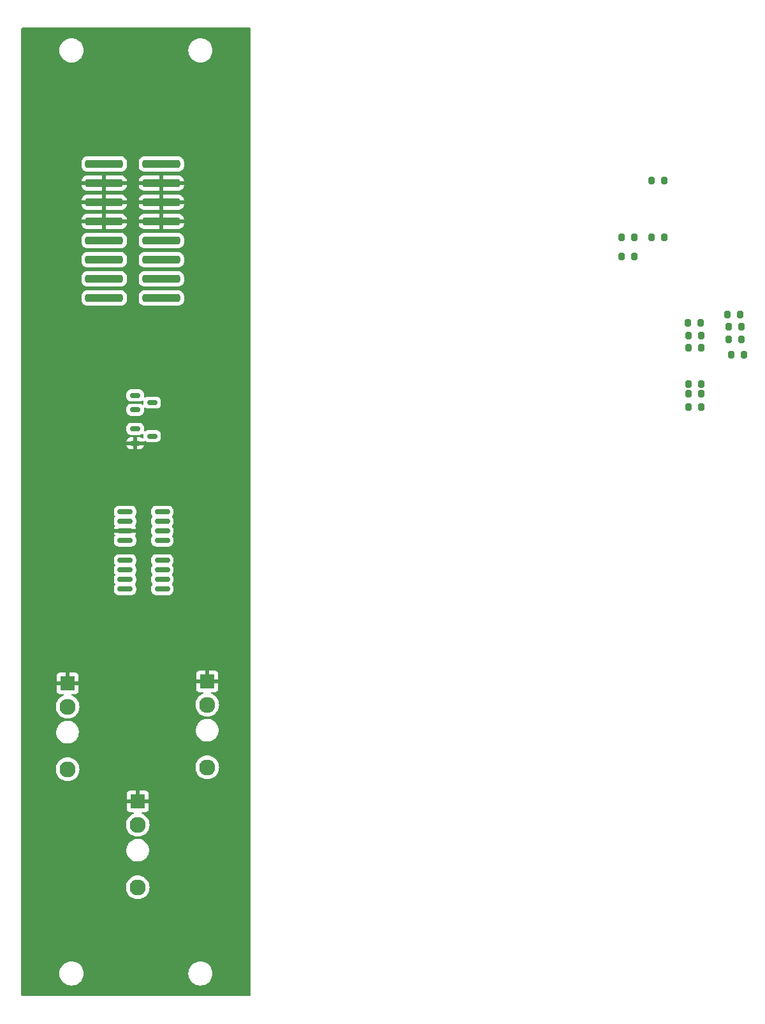
<source format=gbr>
%TF.GenerationSoftware,KiCad,Pcbnew,7.0.1*%
%TF.CreationDate,2023-04-03T10:55:15-07:00*%
%TF.ProjectId,transistor_vca,7472616e-7369-4737-946f-725f7663612e,rev?*%
%TF.SameCoordinates,Original*%
%TF.FileFunction,Copper,L1,Top*%
%TF.FilePolarity,Positive*%
%FSLAX46Y46*%
G04 Gerber Fmt 4.6, Leading zero omitted, Abs format (unit mm)*
G04 Created by KiCad (PCBNEW 7.0.1) date 2023-04-03 10:55:15*
%MOMM*%
%LPD*%
G01*
G04 APERTURE LIST*
G04 Aperture macros list*
%AMRoundRect*
0 Rectangle with rounded corners*
0 $1 Rounding radius*
0 $2 $3 $4 $5 $6 $7 $8 $9 X,Y pos of 4 corners*
0 Add a 4 corners polygon primitive as box body*
4,1,4,$2,$3,$4,$5,$6,$7,$8,$9,$2,$3,0*
0 Add four circle primitives for the rounded corners*
1,1,$1+$1,$2,$3*
1,1,$1+$1,$4,$5*
1,1,$1+$1,$6,$7*
1,1,$1+$1,$8,$9*
0 Add four rect primitives between the rounded corners*
20,1,$1+$1,$2,$3,$4,$5,0*
20,1,$1+$1,$4,$5,$6,$7,0*
20,1,$1+$1,$6,$7,$8,$9,0*
20,1,$1+$1,$8,$9,$2,$3,0*%
G04 Aperture macros list end*
%TA.AperFunction,SMDPad,CuDef*%
%ADD10RoundRect,0.200000X-0.200000X-0.275000X0.200000X-0.275000X0.200000X0.275000X-0.200000X0.275000X0*%
%TD*%
%TA.AperFunction,ComponentPad*%
%ADD11R,1.930000X1.830000*%
%TD*%
%TA.AperFunction,ComponentPad*%
%ADD12C,2.130000*%
%TD*%
%TA.AperFunction,SMDPad,CuDef*%
%ADD13RoundRect,0.150000X-0.825000X-0.150000X0.825000X-0.150000X0.825000X0.150000X-0.825000X0.150000X0*%
%TD*%
%TA.AperFunction,SMDPad,CuDef*%
%ADD14RoundRect,0.150000X-0.512500X-0.150000X0.512500X-0.150000X0.512500X0.150000X-0.512500X0.150000X0*%
%TD*%
%TA.AperFunction,SMDPad,CuDef*%
%ADD15RoundRect,0.255000X-2.245000X-0.255000X2.245000X-0.255000X2.245000X0.255000X-2.245000X0.255000X0*%
%TD*%
G04 APERTURE END LIST*
D10*
%TO.P,R14,1*%
%TO.N,Net-(U2A-+)*%
X113819002Y-58039000D03*
%TO.P,R14,2*%
%TO.N,Net-(U1B--)*%
X115469002Y-58039000D03*
%TD*%
%TO.P,R4,1*%
%TO.N,Net-(JIN1-PadT)*%
X99737500Y-47830000D03*
%TO.P,R4,2*%
%TO.N,Net-(Q1-B)*%
X101387500Y-47830000D03*
%TD*%
D11*
%TO.P,JCV1,S*%
%TO.N,GND*%
X35473171Y-122663791D03*
D12*
%TO.P,JCV1,T*%
%TO.N,Net-(JCV1-PadT)*%
X35473171Y-134063791D03*
%TO.P,JCV1,TN*%
%TO.N,unconnected-(JCV1-PadTN)*%
X35473171Y-125763791D03*
%TD*%
D11*
%TO.P,JOUT1,S*%
%TO.N,GND*%
X44704000Y-106742000D03*
D12*
%TO.P,JOUT1,T*%
%TO.N,Net-(JOUT1-PadT)*%
X44704000Y-118142000D03*
%TO.P,JOUT1,TN*%
%TO.N,unconnected-(JOUT1-PadTN)*%
X44704000Y-109842000D03*
%TD*%
D13*
%TO.P,U2,1*%
%TO.N,Net-(R10-Pad1)*%
X33782000Y-90678000D03*
%TO.P,U2,2,-*%
%TO.N,Net-(U2A--)*%
X33782000Y-91948000D03*
%TO.P,U2,3,+*%
%TO.N,Net-(U2A-+)*%
X33782000Y-93218000D03*
%TO.P,U2,4,V-*%
%TO.N,-12V*%
X33782000Y-94488000D03*
%TO.P,U2,5,+*%
%TO.N,unconnected-(U2B-+-Pad5)*%
X38732000Y-94488000D03*
%TO.P,U2,6,-*%
%TO.N,unconnected-(U2B---Pad6)*%
X38732000Y-93218000D03*
%TO.P,U2,7*%
%TO.N,unconnected-(U2-Pad7)*%
X38732000Y-91948000D03*
%TO.P,U2,8,V+*%
%TO.N,+12V*%
X38732000Y-90678000D03*
%TD*%
D10*
%TO.P,R5,1*%
%TO.N,Net-(Q1-C)*%
X99737500Y-50340000D03*
%TO.P,R5,2*%
%TO.N,+12V*%
X101387500Y-50340000D03*
%TD*%
%TO.P,R12,1*%
%TO.N,Net-(U2A--)*%
X108649000Y-70358000D03*
%TO.P,R12,2*%
%TO.N,unconnected-(R12-Pad2)*%
X110299000Y-70358000D03*
%TD*%
%TO.P,R3,1*%
%TO.N,Net-(JCV1-PadT)*%
X108649000Y-62484000D03*
%TO.P,R3,2*%
%TO.N,Net-(U1A--)*%
X110299000Y-62484000D03*
%TD*%
%TO.P,R11,1*%
%TO.N,GND*%
X108649000Y-68553000D03*
%TO.P,R11,2*%
%TO.N,Net-(U2A--)*%
X110299000Y-68553000D03*
%TD*%
%TO.P,R7,1*%
%TO.N,Net-(U1B-+)*%
X113983000Y-61341000D03*
%TO.P,R7,2*%
%TO.N,Net-(Q2-C)*%
X115633000Y-61341000D03*
%TD*%
%TO.P,R1,1*%
%TO.N,Net-(R1-Pad1)*%
X108649000Y-60833000D03*
%TO.P,R1,2*%
%TO.N,Net-(Q1-E)*%
X110299000Y-60833000D03*
%TD*%
D11*
%TO.P,JIN1,S*%
%TO.N,GND*%
X26162000Y-106996000D03*
D12*
%TO.P,JIN1,T*%
%TO.N,Net-(JIN1-PadT)*%
X26162000Y-118396000D03*
%TO.P,JIN1,TN*%
%TO.N,unconnected-(JIN1-PadTN)*%
X26162000Y-110096000D03*
%TD*%
D14*
%TO.P,Q1,1,E*%
%TO.N,Net-(Q1-E)*%
X35119500Y-68795000D03*
%TO.P,Q1,2,B*%
%TO.N,Net-(Q1-B)*%
X35119500Y-70695000D03*
%TO.P,Q1,3,C*%
%TO.N,Net-(Q1-C)*%
X37394500Y-69745000D03*
%TD*%
D10*
%TO.P,R8,1*%
%TO.N,Net-(U1B--)*%
X113983000Y-59690000D03*
%TO.P,R8,2*%
%TO.N,Net-(Q1-C)*%
X115633000Y-59690000D03*
%TD*%
D15*
%TO.P,J1,1,-12v_R*%
%TO.N,-12V*%
X31008000Y-38100000D03*
%TO.P,J1,2,-12v_L*%
X38608000Y-38100000D03*
%TO.P,J1,3,GND*%
%TO.N,GND*%
X31008000Y-40640000D03*
%TO.P,J1,4,GND*%
X38608000Y-40640000D03*
%TO.P,J1,5,GND_R3*%
X31008000Y-43180000D03*
%TO.P,J1,6,GND_L3*%
X38608000Y-43180000D03*
%TO.P,J1,7,GND_R2*%
X31008000Y-45720000D03*
%TO.P,J1,8,GND_L2*%
X38608000Y-45720000D03*
%TO.P,J1,9,+12V_R*%
%TO.N,+12V*%
X31008000Y-48260000D03*
%TO.P,J1,10,+12V_L*%
X38608000Y-48260000D03*
%TO.P,J1,11,+5v_R*%
%TO.N,+5V*%
X31008000Y-50800000D03*
%TO.P,J1,12,+5v_L*%
X38608000Y-50800000D03*
%TO.P,J1,13,CV_R*%
%TO.N,Net-(J1-CV_L)*%
X31008000Y-53340000D03*
%TO.P,J1,14,CV_L*%
X38608000Y-53340000D03*
%TO.P,J1,15,GATE_R*%
%TO.N,Net-(J1-GATE_L)*%
X31008000Y-55880000D03*
%TO.P,J1,16,GATE_L*%
X38608000Y-55880000D03*
%TD*%
D10*
%TO.P,R6,1*%
%TO.N,Net-(Q2-C)*%
X103747500Y-40300000D03*
%TO.P,R6,2*%
%TO.N,+12V*%
X105397500Y-40300000D03*
%TD*%
D14*
%TO.P,Q2,1,E*%
%TO.N,Net-(Q1-E)*%
X35119500Y-73245000D03*
%TO.P,Q2,2,B*%
%TO.N,GND*%
X35119500Y-75145000D03*
%TO.P,Q2,3,C*%
%TO.N,Net-(Q2-C)*%
X37394500Y-74195000D03*
%TD*%
D13*
%TO.P,U1,1*%
%TO.N,Net-(R1-Pad1)*%
X33782000Y-84228000D03*
%TO.P,U1,2,-*%
%TO.N,Net-(U1A--)*%
X33782000Y-85498000D03*
%TO.P,U1,3,+*%
%TO.N,GND*%
X33782000Y-86768000D03*
%TO.P,U1,4,V-*%
%TO.N,-12V*%
X33782000Y-88038000D03*
%TO.P,U1,5,+*%
%TO.N,Net-(U1B-+)*%
X38732000Y-88038000D03*
%TO.P,U1,6,-*%
%TO.N,Net-(U1B--)*%
X38732000Y-86768000D03*
%TO.P,U1,7*%
%TO.N,Net-(U2A-+)*%
X38732000Y-85498000D03*
%TO.P,U1,8,V+*%
%TO.N,+12V*%
X38732000Y-84228000D03*
%TD*%
D10*
%TO.P,R10,1*%
%TO.N,Net-(R10-Pad1)*%
X108649000Y-67283000D03*
%TO.P,R10,2*%
%TO.N,Net-(JOUT1-PadT)*%
X110299000Y-67283000D03*
%TD*%
%TO.P,R2,1*%
%TO.N,Net-(U1A--)*%
X108558998Y-59182000D03*
%TO.P,R2,2*%
%TO.N,Net-(R1-Pad1)*%
X110208998Y-59182000D03*
%TD*%
%TO.P,R13,1*%
%TO.N,GND*%
X114327002Y-63373000D03*
%TO.P,R13,2*%
%TO.N,Net-(U1B-+)*%
X115977002Y-63373000D03*
%TD*%
%TO.P,R9,1*%
%TO.N,GND*%
X103747500Y-47830000D03*
%TO.P,R9,2*%
%TO.N,Net-(Q1-B)*%
X105397500Y-47830000D03*
%TD*%
%TA.AperFunction,Conductor*%
%TO.N,GND*%
G36*
X50417500Y-20017113D02*
G01*
X50462887Y-20062500D01*
X50479500Y-20124500D01*
X50479500Y-148375500D01*
X50462887Y-148437500D01*
X50417500Y-148482887D01*
X50355500Y-148499500D01*
X20124500Y-148499500D01*
X20062500Y-148482887D01*
X20017113Y-148437500D01*
X20000500Y-148375500D01*
X20000500Y-145500000D01*
X25074551Y-145500000D01*
X25094317Y-145751149D01*
X25153126Y-145996110D01*
X25156100Y-146003289D01*
X25249534Y-146228859D01*
X25381164Y-146443659D01*
X25544776Y-146635224D01*
X25736341Y-146798836D01*
X25951141Y-146930466D01*
X26183889Y-147026873D01*
X26428852Y-147085683D01*
X26680000Y-147105449D01*
X26931148Y-147085683D01*
X27176111Y-147026873D01*
X27408859Y-146930466D01*
X27623659Y-146798836D01*
X27815224Y-146635224D01*
X27978836Y-146443659D01*
X28110466Y-146228859D01*
X28206873Y-145996111D01*
X28265683Y-145751148D01*
X28285449Y-145500000D01*
X42194551Y-145500000D01*
X42214317Y-145751149D01*
X42273126Y-145996110D01*
X42276100Y-146003289D01*
X42369534Y-146228859D01*
X42501164Y-146443659D01*
X42664776Y-146635224D01*
X42856341Y-146798836D01*
X43071141Y-146930466D01*
X43303889Y-147026873D01*
X43548852Y-147085683D01*
X43800000Y-147105449D01*
X44051148Y-147085683D01*
X44296111Y-147026873D01*
X44528859Y-146930466D01*
X44743659Y-146798836D01*
X44935224Y-146635224D01*
X45098836Y-146443659D01*
X45230466Y-146228859D01*
X45326873Y-145996111D01*
X45385683Y-145751148D01*
X45405449Y-145500000D01*
X45385683Y-145248852D01*
X45326873Y-145003889D01*
X45230466Y-144771141D01*
X45098836Y-144556341D01*
X44935224Y-144364776D01*
X44743659Y-144201164D01*
X44528859Y-144069534D01*
X44412485Y-144021330D01*
X44296110Y-143973126D01*
X44051149Y-143914317D01*
X43800000Y-143894551D01*
X43548850Y-143914317D01*
X43303889Y-143973126D01*
X43071139Y-144069535D01*
X42856342Y-144201163D01*
X42664776Y-144364776D01*
X42501163Y-144556342D01*
X42369535Y-144771139D01*
X42273126Y-145003889D01*
X42214317Y-145248850D01*
X42194551Y-145500000D01*
X28285449Y-145500000D01*
X28265683Y-145248852D01*
X28206873Y-145003889D01*
X28110466Y-144771141D01*
X27978836Y-144556341D01*
X27815224Y-144364776D01*
X27623659Y-144201164D01*
X27408859Y-144069534D01*
X27292485Y-144021330D01*
X27176110Y-143973126D01*
X26931149Y-143914317D01*
X26680000Y-143894551D01*
X26428850Y-143914317D01*
X26183889Y-143973126D01*
X25951139Y-144069535D01*
X25736342Y-144201163D01*
X25544776Y-144364776D01*
X25381163Y-144556342D01*
X25249535Y-144771139D01*
X25153126Y-145003889D01*
X25094317Y-145248850D01*
X25074551Y-145500000D01*
X20000500Y-145500000D01*
X20000500Y-138000000D01*
X21499459Y-138000000D01*
X21499617Y-138000383D01*
X21499759Y-138000441D01*
X21499900Y-138000500D01*
X21499901Y-138000500D01*
X24500099Y-138000500D01*
X24500100Y-138000500D01*
X24500193Y-138000460D01*
X24500383Y-138000383D01*
X24500541Y-138000000D01*
X26499459Y-138000000D01*
X26499617Y-138000383D01*
X26499759Y-138000441D01*
X26499900Y-138000500D01*
X26499901Y-138000500D01*
X29500099Y-138000500D01*
X29500100Y-138000500D01*
X29500193Y-138000460D01*
X29500383Y-138000383D01*
X29500541Y-138000000D01*
X31499459Y-138000000D01*
X31499617Y-138000383D01*
X31499759Y-138000441D01*
X31499900Y-138000500D01*
X31499901Y-138000500D01*
X34500099Y-138000500D01*
X34500100Y-138000500D01*
X34500193Y-138000460D01*
X34500383Y-138000383D01*
X34500541Y-138000000D01*
X36499459Y-138000000D01*
X36499617Y-138000383D01*
X36499759Y-138000441D01*
X36499900Y-138000500D01*
X36499901Y-138000500D01*
X39500099Y-138000500D01*
X39500100Y-138000500D01*
X39500193Y-138000460D01*
X39500383Y-138000383D01*
X39500541Y-138000000D01*
X41499459Y-138000000D01*
X41499617Y-138000383D01*
X41499759Y-138000441D01*
X41499900Y-138000500D01*
X41499901Y-138000500D01*
X44500099Y-138000500D01*
X44500100Y-138000500D01*
X44500193Y-138000460D01*
X44500383Y-138000383D01*
X44500541Y-138000000D01*
X46499459Y-138000000D01*
X46499617Y-138000383D01*
X46499759Y-138000441D01*
X46499900Y-138000500D01*
X46499901Y-138000500D01*
X49500099Y-138000500D01*
X49500100Y-138000500D01*
X49500193Y-138000460D01*
X49500383Y-138000383D01*
X49500541Y-138000000D01*
X49500383Y-137999617D01*
X49500381Y-137999616D01*
X49500100Y-137999500D01*
X49500099Y-137999500D01*
X46499901Y-137999500D01*
X46499900Y-137999500D01*
X46499618Y-137999616D01*
X46499616Y-137999618D01*
X46499459Y-137999999D01*
X46499459Y-138000000D01*
X44500541Y-138000000D01*
X44500383Y-137999617D01*
X44500381Y-137999616D01*
X44500100Y-137999500D01*
X44500099Y-137999500D01*
X41499901Y-137999500D01*
X41499900Y-137999500D01*
X41499618Y-137999616D01*
X41499616Y-137999618D01*
X41499459Y-137999999D01*
X41499459Y-138000000D01*
X39500541Y-138000000D01*
X39500383Y-137999617D01*
X39500381Y-137999616D01*
X39500100Y-137999500D01*
X39500099Y-137999500D01*
X36499901Y-137999500D01*
X36499900Y-137999500D01*
X36499618Y-137999616D01*
X36499616Y-137999618D01*
X36499459Y-137999999D01*
X36499459Y-138000000D01*
X34500541Y-138000000D01*
X34500383Y-137999617D01*
X34500381Y-137999616D01*
X34500100Y-137999500D01*
X34500099Y-137999500D01*
X31499901Y-137999500D01*
X31499900Y-137999500D01*
X31499618Y-137999616D01*
X31499616Y-137999618D01*
X31499459Y-137999999D01*
X31499459Y-138000000D01*
X29500541Y-138000000D01*
X29500383Y-137999617D01*
X29500381Y-137999616D01*
X29500100Y-137999500D01*
X29500099Y-137999500D01*
X26499901Y-137999500D01*
X26499900Y-137999500D01*
X26499618Y-137999616D01*
X26499616Y-137999618D01*
X26499459Y-137999999D01*
X26499459Y-138000000D01*
X24500541Y-138000000D01*
X24500383Y-137999617D01*
X24500381Y-137999616D01*
X24500100Y-137999500D01*
X24500099Y-137999500D01*
X21499901Y-137999500D01*
X21499900Y-137999500D01*
X21499618Y-137999616D01*
X21499616Y-137999618D01*
X21499459Y-137999999D01*
X21499459Y-138000000D01*
X20000500Y-138000000D01*
X20000500Y-134063790D01*
X33902830Y-134063790D01*
X33922164Y-134309447D01*
X33979687Y-134549052D01*
X34026837Y-134662882D01*
X34073987Y-134776711D01*
X34202738Y-134986814D01*
X34362772Y-135174190D01*
X34550148Y-135334224D01*
X34760251Y-135462975D01*
X34987909Y-135557274D01*
X35227516Y-135614798D01*
X35473171Y-135634132D01*
X35718826Y-135614798D01*
X35958433Y-135557274D01*
X36186091Y-135462975D01*
X36396194Y-135334224D01*
X36583570Y-135174190D01*
X36743604Y-134986814D01*
X36872355Y-134776711D01*
X36966654Y-134549053D01*
X37024178Y-134309446D01*
X37043512Y-134063791D01*
X37024178Y-133818136D01*
X36966654Y-133578529D01*
X36872355Y-133350871D01*
X36743604Y-133140768D01*
X36583570Y-132953392D01*
X36396194Y-132793358D01*
X36186091Y-132664607D01*
X36072262Y-132617457D01*
X35958432Y-132570307D01*
X35718827Y-132512784D01*
X35473171Y-132493450D01*
X35227514Y-132512784D01*
X34987909Y-132570307D01*
X34760249Y-132664608D01*
X34550149Y-132793357D01*
X34362772Y-132953392D01*
X34202737Y-133140769D01*
X34073988Y-133350869D01*
X33979687Y-133578529D01*
X33922164Y-133818134D01*
X33902830Y-134063790D01*
X20000500Y-134063790D01*
X20000500Y-129107019D01*
X33968479Y-129107019D01*
X33982677Y-129353265D01*
X34036903Y-129593885D01*
X34036904Y-129593889D01*
X34036905Y-129593890D01*
X34129703Y-129822425D01*
X34258582Y-130032736D01*
X34420079Y-130219173D01*
X34609858Y-130376730D01*
X34822821Y-130501176D01*
X34822822Y-130501176D01*
X34822825Y-130501178D01*
X35053244Y-130589166D01*
X35053245Y-130589166D01*
X35053250Y-130589168D01*
X35294956Y-130638344D01*
X35541449Y-130647383D01*
X35786107Y-130616041D01*
X36022362Y-130545161D01*
X36243868Y-130436647D01*
X36444676Y-130293412D01*
X36619394Y-130119303D01*
X36763329Y-129918996D01*
X36872616Y-129697870D01*
X36944320Y-129461865D01*
X36958618Y-129353266D01*
X36976515Y-129217319D01*
X36976596Y-129213970D01*
X36978312Y-129143791D01*
X36958101Y-128897962D01*
X36958101Y-128897960D01*
X36898012Y-128658734D01*
X36799658Y-128432538D01*
X36799657Y-128432535D01*
X36665679Y-128225436D01*
X36499675Y-128043001D01*
X36306103Y-127890127D01*
X36090163Y-127770922D01*
X36033470Y-127750846D01*
X35857651Y-127688583D01*
X35614821Y-127645330D01*
X35491497Y-127643823D01*
X35368177Y-127642316D01*
X35368174Y-127642316D01*
X35124359Y-127679625D01*
X34889903Y-127756257D01*
X34671118Y-127870150D01*
X34473866Y-128018249D01*
X34303457Y-128196574D01*
X34164459Y-128400338D01*
X34060606Y-128624067D01*
X33994689Y-128861754D01*
X33968479Y-129107019D01*
X20000500Y-129107019D01*
X20000500Y-125763790D01*
X33902830Y-125763790D01*
X33922164Y-126009447D01*
X33979687Y-126249052D01*
X34026837Y-126362882D01*
X34073987Y-126476711D01*
X34202738Y-126686814D01*
X34362772Y-126874190D01*
X34550148Y-127034224D01*
X34760251Y-127162975D01*
X34987909Y-127257274D01*
X35227516Y-127314798D01*
X35473171Y-127334132D01*
X35718826Y-127314798D01*
X35958433Y-127257274D01*
X36186091Y-127162975D01*
X36396194Y-127034224D01*
X36583570Y-126874190D01*
X36743604Y-126686814D01*
X36872355Y-126476711D01*
X36966654Y-126249053D01*
X37024178Y-126009446D01*
X37043512Y-125763791D01*
X37024178Y-125518136D01*
X36966654Y-125278529D01*
X36872355Y-125050871D01*
X36743604Y-124840768D01*
X36583570Y-124653392D01*
X36396194Y-124493358D01*
X36186091Y-124364607D01*
X36072006Y-124317351D01*
X36019142Y-124275676D01*
X35995842Y-124212520D01*
X36008975Y-124146496D01*
X36054670Y-124097064D01*
X36119460Y-124078791D01*
X36485995Y-124078791D01*
X36545546Y-124072388D01*
X36680260Y-124022143D01*
X36795359Y-123935979D01*
X36881523Y-123820880D01*
X36931768Y-123686166D01*
X36938171Y-123626615D01*
X36938171Y-122913791D01*
X34008171Y-122913791D01*
X34008171Y-123626615D01*
X34014573Y-123686166D01*
X34064818Y-123820880D01*
X34150982Y-123935979D01*
X34266081Y-124022143D01*
X34400795Y-124072388D01*
X34460347Y-124078791D01*
X34826882Y-124078791D01*
X34891672Y-124097064D01*
X34937367Y-124146496D01*
X34950500Y-124212520D01*
X34927200Y-124275676D01*
X34874335Y-124317352D01*
X34760249Y-124364608D01*
X34550149Y-124493357D01*
X34362772Y-124653392D01*
X34202737Y-124840769D01*
X34073988Y-125050869D01*
X33979687Y-125278529D01*
X33922164Y-125518134D01*
X33902830Y-125763790D01*
X20000500Y-125763790D01*
X20000500Y-122413791D01*
X34008171Y-122413791D01*
X35223171Y-122413791D01*
X35223171Y-121248791D01*
X35723171Y-121248791D01*
X35723171Y-122413791D01*
X36938171Y-122413791D01*
X36938171Y-121700967D01*
X36931768Y-121641415D01*
X36881523Y-121506701D01*
X36795359Y-121391602D01*
X36680260Y-121305438D01*
X36545546Y-121255193D01*
X36485995Y-121248791D01*
X35723171Y-121248791D01*
X35223171Y-121248791D01*
X34460347Y-121248791D01*
X34400795Y-121255193D01*
X34266081Y-121305438D01*
X34150982Y-121391602D01*
X34064818Y-121506701D01*
X34014573Y-121641415D01*
X34008171Y-121700967D01*
X34008171Y-122413791D01*
X20000500Y-122413791D01*
X20000500Y-118396000D01*
X24591659Y-118396000D01*
X24610993Y-118641656D01*
X24668516Y-118881261D01*
X24715666Y-118995091D01*
X24762816Y-119108920D01*
X24891567Y-119319023D01*
X25051601Y-119506399D01*
X25238977Y-119666433D01*
X25449080Y-119795184D01*
X25676738Y-119889483D01*
X25916345Y-119947007D01*
X26162000Y-119966341D01*
X26407655Y-119947007D01*
X26647262Y-119889483D01*
X26874920Y-119795184D01*
X27085023Y-119666433D01*
X27272399Y-119506399D01*
X27432433Y-119319023D01*
X27561184Y-119108920D01*
X27655483Y-118881262D01*
X27713007Y-118641655D01*
X27732341Y-118396000D01*
X27713007Y-118150345D01*
X27711004Y-118142000D01*
X43133659Y-118142000D01*
X43152993Y-118387656D01*
X43210516Y-118627261D01*
X43216479Y-118641656D01*
X43304816Y-118854920D01*
X43433567Y-119065023D01*
X43593601Y-119252399D01*
X43780977Y-119412433D01*
X43991080Y-119541184D01*
X44218738Y-119635483D01*
X44458345Y-119693007D01*
X44704000Y-119712341D01*
X44949655Y-119693007D01*
X45189262Y-119635483D01*
X45416920Y-119541184D01*
X45627023Y-119412433D01*
X45814399Y-119252399D01*
X45974433Y-119065023D01*
X46103184Y-118854920D01*
X46197483Y-118627262D01*
X46255007Y-118387655D01*
X46274341Y-118142000D01*
X46255007Y-117896345D01*
X46197483Y-117656738D01*
X46103184Y-117429080D01*
X45974433Y-117218977D01*
X45814399Y-117031601D01*
X45627023Y-116871567D01*
X45416920Y-116742816D01*
X45303090Y-116695666D01*
X45189261Y-116648516D01*
X44949656Y-116590993D01*
X44704000Y-116571659D01*
X44458343Y-116590993D01*
X44218738Y-116648516D01*
X43991078Y-116742817D01*
X43780978Y-116871566D01*
X43593601Y-117031601D01*
X43433566Y-117218978D01*
X43304817Y-117429078D01*
X43210516Y-117656738D01*
X43152993Y-117896343D01*
X43133659Y-118142000D01*
X27711004Y-118142000D01*
X27655483Y-117910738D01*
X27561184Y-117683080D01*
X27432433Y-117472977D01*
X27272399Y-117285601D01*
X27085023Y-117125567D01*
X26874920Y-116996816D01*
X26761091Y-116949666D01*
X26647261Y-116902516D01*
X26407656Y-116844993D01*
X26162000Y-116825659D01*
X25916343Y-116844993D01*
X25676738Y-116902516D01*
X25449078Y-116996817D01*
X25238978Y-117125566D01*
X25051601Y-117285601D01*
X24891566Y-117472978D01*
X24762817Y-117683078D01*
X24668516Y-117910738D01*
X24610993Y-118150343D01*
X24591659Y-118396000D01*
X20000500Y-118396000D01*
X20000500Y-113439228D01*
X24657308Y-113439228D01*
X24671506Y-113685474D01*
X24725732Y-113926094D01*
X24725733Y-113926098D01*
X24725734Y-113926099D01*
X24818532Y-114154634D01*
X24947411Y-114364945D01*
X25108908Y-114551382D01*
X25298687Y-114708939D01*
X25511650Y-114833385D01*
X25511651Y-114833385D01*
X25511654Y-114833387D01*
X25742073Y-114921375D01*
X25742074Y-114921375D01*
X25742079Y-114921377D01*
X25983785Y-114970553D01*
X26230278Y-114979592D01*
X26474936Y-114948250D01*
X26711191Y-114877370D01*
X26932697Y-114768856D01*
X27133505Y-114625621D01*
X27308223Y-114451512D01*
X27452158Y-114251205D01*
X27561445Y-114030079D01*
X27633149Y-113794074D01*
X27635519Y-113776079D01*
X27665344Y-113549528D01*
X27665575Y-113540070D01*
X27667141Y-113476000D01*
X27646930Y-113230171D01*
X27646930Y-113230169D01*
X27635642Y-113185228D01*
X43199308Y-113185228D01*
X43213506Y-113431474D01*
X43267732Y-113672094D01*
X43267733Y-113672098D01*
X43267734Y-113672099D01*
X43360532Y-113900634D01*
X43489411Y-114110945D01*
X43650908Y-114297382D01*
X43840687Y-114454939D01*
X44053650Y-114579385D01*
X44053651Y-114579385D01*
X44053654Y-114579387D01*
X44284073Y-114667375D01*
X44284074Y-114667375D01*
X44284079Y-114667377D01*
X44525785Y-114716553D01*
X44772278Y-114725592D01*
X45016936Y-114694250D01*
X45253191Y-114623370D01*
X45474697Y-114514856D01*
X45675505Y-114371621D01*
X45850223Y-114197512D01*
X45994158Y-113997205D01*
X46103445Y-113776079D01*
X46175149Y-113540074D01*
X46183585Y-113476000D01*
X46207344Y-113295528D01*
X46207425Y-113292179D01*
X46209141Y-113222000D01*
X46190145Y-112990945D01*
X46188930Y-112976169D01*
X46128841Y-112736943D01*
X46038330Y-112528784D01*
X46030486Y-112510744D01*
X45896508Y-112303645D01*
X45730504Y-112121210D01*
X45536932Y-111968336D01*
X45320992Y-111849131D01*
X45264299Y-111829055D01*
X45088480Y-111766792D01*
X44845650Y-111723539D01*
X44722326Y-111722032D01*
X44599006Y-111720525D01*
X44599003Y-111720525D01*
X44355188Y-111757834D01*
X44120732Y-111834466D01*
X43901947Y-111948359D01*
X43704695Y-112096458D01*
X43534286Y-112274783D01*
X43395288Y-112478547D01*
X43291435Y-112702276D01*
X43225518Y-112939963D01*
X43199308Y-113185228D01*
X27635642Y-113185228D01*
X27586841Y-112990943D01*
X27488487Y-112764747D01*
X27488486Y-112764744D01*
X27354508Y-112557645D01*
X27188504Y-112375210D01*
X26994932Y-112222336D01*
X26778992Y-112103131D01*
X26722299Y-112083055D01*
X26546480Y-112020792D01*
X26303650Y-111977539D01*
X26180326Y-111976032D01*
X26057006Y-111974525D01*
X26057003Y-111974525D01*
X25813188Y-112011834D01*
X25578732Y-112088466D01*
X25359947Y-112202359D01*
X25162695Y-112350458D01*
X24992286Y-112528783D01*
X24853288Y-112732547D01*
X24749435Y-112956276D01*
X24683518Y-113193963D01*
X24661232Y-113402503D01*
X24658137Y-113431475D01*
X24657308Y-113439228D01*
X20000500Y-113439228D01*
X20000500Y-110095999D01*
X24591659Y-110095999D01*
X24610993Y-110341656D01*
X24668516Y-110581261D01*
X24715666Y-110695090D01*
X24762816Y-110808920D01*
X24891567Y-111019023D01*
X25051601Y-111206399D01*
X25238977Y-111366433D01*
X25449080Y-111495184D01*
X25676738Y-111589483D01*
X25916345Y-111647007D01*
X26162000Y-111666341D01*
X26407655Y-111647007D01*
X26647262Y-111589483D01*
X26874920Y-111495184D01*
X27085023Y-111366433D01*
X27272399Y-111206399D01*
X27432433Y-111019023D01*
X27561184Y-110808920D01*
X27655483Y-110581262D01*
X27713007Y-110341655D01*
X27732341Y-110096000D01*
X27713007Y-109850345D01*
X27711003Y-109841999D01*
X43133659Y-109841999D01*
X43152993Y-110087656D01*
X43210516Y-110327261D01*
X43216479Y-110341656D01*
X43304816Y-110554920D01*
X43433567Y-110765023D01*
X43593601Y-110952399D01*
X43780977Y-111112433D01*
X43991080Y-111241184D01*
X44218738Y-111335483D01*
X44458345Y-111393007D01*
X44704000Y-111412341D01*
X44949655Y-111393007D01*
X45189262Y-111335483D01*
X45416920Y-111241184D01*
X45627023Y-111112433D01*
X45814399Y-110952399D01*
X45974433Y-110765023D01*
X46103184Y-110554920D01*
X46197483Y-110327262D01*
X46255007Y-110087655D01*
X46274341Y-109842000D01*
X46255007Y-109596345D01*
X46197483Y-109356738D01*
X46103184Y-109129080D01*
X45974433Y-108918977D01*
X45814399Y-108731601D01*
X45627023Y-108571567D01*
X45416920Y-108442816D01*
X45302835Y-108395560D01*
X45249971Y-108353885D01*
X45226671Y-108290729D01*
X45239804Y-108224705D01*
X45285499Y-108175273D01*
X45350289Y-108157000D01*
X45716824Y-108157000D01*
X45776375Y-108150597D01*
X45911089Y-108100352D01*
X46026188Y-108014188D01*
X46112352Y-107899089D01*
X46162597Y-107764375D01*
X46169000Y-107704824D01*
X46169000Y-106992000D01*
X43239000Y-106992000D01*
X43239000Y-107704824D01*
X43245402Y-107764375D01*
X43295647Y-107899089D01*
X43381811Y-108014188D01*
X43496910Y-108100352D01*
X43631624Y-108150597D01*
X43691176Y-108157000D01*
X44057711Y-108157000D01*
X44122501Y-108175273D01*
X44168196Y-108224705D01*
X44181329Y-108290729D01*
X44158029Y-108353885D01*
X44105164Y-108395561D01*
X43991078Y-108442817D01*
X43780978Y-108571566D01*
X43593601Y-108731601D01*
X43433566Y-108918978D01*
X43304817Y-109129078D01*
X43210516Y-109356738D01*
X43152993Y-109596343D01*
X43133659Y-109841999D01*
X27711003Y-109841999D01*
X27655483Y-109610738D01*
X27561184Y-109383080D01*
X27432433Y-109172977D01*
X27272399Y-108985601D01*
X27085023Y-108825567D01*
X26874920Y-108696816D01*
X26760835Y-108649560D01*
X26707971Y-108607885D01*
X26684671Y-108544729D01*
X26697804Y-108478705D01*
X26743499Y-108429273D01*
X26808289Y-108411000D01*
X27174824Y-108411000D01*
X27234375Y-108404597D01*
X27369089Y-108354352D01*
X27484188Y-108268188D01*
X27570352Y-108153089D01*
X27620597Y-108018375D01*
X27627000Y-107958824D01*
X27627000Y-107246000D01*
X24697000Y-107246000D01*
X24697000Y-107958824D01*
X24703402Y-108018375D01*
X24753647Y-108153089D01*
X24839811Y-108268188D01*
X24954910Y-108354352D01*
X25089624Y-108404597D01*
X25149176Y-108411000D01*
X25515711Y-108411000D01*
X25580501Y-108429273D01*
X25626196Y-108478705D01*
X25639329Y-108544729D01*
X25616029Y-108607885D01*
X25563164Y-108649561D01*
X25449078Y-108696817D01*
X25238978Y-108825566D01*
X25051601Y-108985601D01*
X24891566Y-109172978D01*
X24762817Y-109383078D01*
X24668516Y-109610738D01*
X24610993Y-109850343D01*
X24591659Y-110095999D01*
X20000500Y-110095999D01*
X20000500Y-106746000D01*
X24697000Y-106746000D01*
X25912000Y-106746000D01*
X25912000Y-105581000D01*
X26412000Y-105581000D01*
X26412000Y-106746000D01*
X27627000Y-106746000D01*
X27627000Y-106492000D01*
X43239000Y-106492000D01*
X44454000Y-106492000D01*
X44454000Y-105327000D01*
X44954000Y-105327000D01*
X44954000Y-106492000D01*
X46169000Y-106492000D01*
X46169000Y-105779176D01*
X46162597Y-105719624D01*
X46112352Y-105584910D01*
X46026188Y-105469811D01*
X45911089Y-105383647D01*
X45776375Y-105333402D01*
X45716824Y-105327000D01*
X44954000Y-105327000D01*
X44454000Y-105327000D01*
X43691176Y-105327000D01*
X43631624Y-105333402D01*
X43496910Y-105383647D01*
X43381811Y-105469811D01*
X43295647Y-105584910D01*
X43245402Y-105719624D01*
X43239000Y-105779176D01*
X43239000Y-106492000D01*
X27627000Y-106492000D01*
X27627000Y-106033176D01*
X27620597Y-105973624D01*
X27570352Y-105838910D01*
X27484188Y-105723811D01*
X27369089Y-105637647D01*
X27234375Y-105587402D01*
X27174824Y-105581000D01*
X26412000Y-105581000D01*
X25912000Y-105581000D01*
X25149176Y-105581000D01*
X25089624Y-105587402D01*
X24954910Y-105637647D01*
X24839811Y-105723811D01*
X24753647Y-105838910D01*
X24703402Y-105973624D01*
X24697000Y-106033176D01*
X24697000Y-106746000D01*
X20000500Y-106746000D01*
X20000500Y-94703692D01*
X32306500Y-94703692D01*
X32309402Y-94740572D01*
X32355255Y-94898397D01*
X32355256Y-94898398D01*
X32438919Y-95039865D01*
X32555135Y-95156081D01*
X32696601Y-95239743D01*
X32696602Y-95239744D01*
X32854427Y-95285597D01*
X32854431Y-95285598D01*
X32891306Y-95288500D01*
X34672692Y-95288500D01*
X34672694Y-95288500D01*
X34709569Y-95285598D01*
X34867398Y-95239744D01*
X35008865Y-95156081D01*
X35125081Y-95039865D01*
X35208744Y-94898398D01*
X35254598Y-94740569D01*
X35257500Y-94703694D01*
X35257500Y-94703692D01*
X37256500Y-94703692D01*
X37259402Y-94740572D01*
X37305255Y-94898397D01*
X37305256Y-94898398D01*
X37388919Y-95039865D01*
X37505135Y-95156081D01*
X37646601Y-95239743D01*
X37646602Y-95239744D01*
X37804427Y-95285597D01*
X37804431Y-95285598D01*
X37841306Y-95288500D01*
X39622692Y-95288500D01*
X39622694Y-95288500D01*
X39659569Y-95285598D01*
X39817398Y-95239744D01*
X39958865Y-95156081D01*
X40075081Y-95039865D01*
X40158744Y-94898398D01*
X40204598Y-94740569D01*
X40207500Y-94703694D01*
X40207500Y-94272306D01*
X40204598Y-94235431D01*
X40158744Y-94077602D01*
X40075081Y-93936135D01*
X40075080Y-93936134D01*
X40067107Y-93922652D01*
X40068680Y-93921721D01*
X40047533Y-93885094D01*
X40047533Y-93820906D01*
X40068680Y-93784278D01*
X40067107Y-93783348D01*
X40075081Y-93769865D01*
X40158744Y-93628398D01*
X40204598Y-93470569D01*
X40207500Y-93433694D01*
X40207500Y-93002306D01*
X40204598Y-92965431D01*
X40158744Y-92807602D01*
X40075081Y-92666135D01*
X40075080Y-92666134D01*
X40067107Y-92652652D01*
X40068680Y-92651721D01*
X40047533Y-92615094D01*
X40047533Y-92550906D01*
X40068680Y-92514278D01*
X40067107Y-92513348D01*
X40075081Y-92499865D01*
X40158744Y-92358398D01*
X40204598Y-92200569D01*
X40207500Y-92163694D01*
X40207500Y-91732306D01*
X40204598Y-91695431D01*
X40158744Y-91537602D01*
X40075081Y-91396135D01*
X40075080Y-91396134D01*
X40067107Y-91382652D01*
X40068680Y-91381721D01*
X40047533Y-91345094D01*
X40047533Y-91280906D01*
X40068680Y-91244278D01*
X40067107Y-91243348D01*
X40075081Y-91229865D01*
X40158744Y-91088398D01*
X40204598Y-90930569D01*
X40207500Y-90893694D01*
X40207500Y-90462306D01*
X40204598Y-90425431D01*
X40158744Y-90267602D01*
X40075081Y-90126135D01*
X39958865Y-90009919D01*
X39958864Y-90009918D01*
X39817397Y-89926255D01*
X39659572Y-89880402D01*
X39637444Y-89878660D01*
X39622694Y-89877500D01*
X37841306Y-89877500D01*
X37829014Y-89878467D01*
X37804427Y-89880402D01*
X37646602Y-89926255D01*
X37505134Y-90009919D01*
X37388919Y-90126134D01*
X37305255Y-90267602D01*
X37259402Y-90425427D01*
X37256500Y-90462308D01*
X37256500Y-90893692D01*
X37259402Y-90930572D01*
X37305255Y-91088397D01*
X37396893Y-91243348D01*
X37395319Y-91244278D01*
X37416467Y-91280906D01*
X37416467Y-91345094D01*
X37395319Y-91381721D01*
X37396893Y-91382652D01*
X37305255Y-91537602D01*
X37259402Y-91695427D01*
X37256500Y-91732308D01*
X37256500Y-92163692D01*
X37259402Y-92200572D01*
X37305255Y-92358397D01*
X37396893Y-92513348D01*
X37395319Y-92514278D01*
X37416467Y-92550906D01*
X37416467Y-92615094D01*
X37395319Y-92651721D01*
X37396893Y-92652652D01*
X37305255Y-92807602D01*
X37259402Y-92965427D01*
X37256500Y-93002308D01*
X37256500Y-93433692D01*
X37259402Y-93470572D01*
X37305255Y-93628397D01*
X37396893Y-93783348D01*
X37395319Y-93784278D01*
X37416467Y-93820906D01*
X37416467Y-93885094D01*
X37395319Y-93921721D01*
X37396893Y-93922652D01*
X37305255Y-94077602D01*
X37259402Y-94235427D01*
X37256500Y-94272308D01*
X37256500Y-94703692D01*
X35257500Y-94703692D01*
X35257500Y-94272306D01*
X35254598Y-94235431D01*
X35208744Y-94077602D01*
X35125081Y-93936135D01*
X35125080Y-93936134D01*
X35117107Y-93922652D01*
X35118680Y-93921721D01*
X35097533Y-93885094D01*
X35097533Y-93820906D01*
X35118680Y-93784278D01*
X35117107Y-93783348D01*
X35125081Y-93769865D01*
X35208744Y-93628398D01*
X35254598Y-93470569D01*
X35257500Y-93433694D01*
X35257500Y-93002306D01*
X35254598Y-92965431D01*
X35208744Y-92807602D01*
X35125081Y-92666135D01*
X35125080Y-92666134D01*
X35117107Y-92652652D01*
X35118680Y-92651721D01*
X35097533Y-92615094D01*
X35097533Y-92550906D01*
X35118680Y-92514278D01*
X35117107Y-92513348D01*
X35125081Y-92499865D01*
X35208744Y-92358398D01*
X35254598Y-92200569D01*
X35257500Y-92163694D01*
X35257500Y-91732306D01*
X35254598Y-91695431D01*
X35208744Y-91537602D01*
X35125081Y-91396135D01*
X35125080Y-91396134D01*
X35117107Y-91382652D01*
X35118680Y-91381721D01*
X35097533Y-91345094D01*
X35097533Y-91280906D01*
X35118680Y-91244278D01*
X35117107Y-91243348D01*
X35125081Y-91229865D01*
X35208744Y-91088398D01*
X35254598Y-90930569D01*
X35257500Y-90893694D01*
X35257500Y-90462306D01*
X35254598Y-90425431D01*
X35208744Y-90267602D01*
X35125081Y-90126135D01*
X35008865Y-90009919D01*
X35008864Y-90009918D01*
X34867397Y-89926255D01*
X34709572Y-89880402D01*
X34687444Y-89878660D01*
X34672694Y-89877500D01*
X32891306Y-89877500D01*
X32879014Y-89878467D01*
X32854427Y-89880402D01*
X32696602Y-89926255D01*
X32555134Y-90009919D01*
X32438919Y-90126134D01*
X32355255Y-90267602D01*
X32309402Y-90425427D01*
X32306500Y-90462308D01*
X32306500Y-90893692D01*
X32309402Y-90930572D01*
X32355255Y-91088397D01*
X32446893Y-91243348D01*
X32445319Y-91244278D01*
X32466467Y-91280906D01*
X32466467Y-91345094D01*
X32445319Y-91381721D01*
X32446893Y-91382652D01*
X32355255Y-91537602D01*
X32309402Y-91695427D01*
X32306500Y-91732308D01*
X32306500Y-92163692D01*
X32309402Y-92200572D01*
X32355255Y-92358397D01*
X32446893Y-92513348D01*
X32445319Y-92514278D01*
X32466467Y-92550906D01*
X32466467Y-92615094D01*
X32445319Y-92651721D01*
X32446893Y-92652652D01*
X32355255Y-92807602D01*
X32309402Y-92965427D01*
X32306500Y-93002308D01*
X32306500Y-93433692D01*
X32309402Y-93470572D01*
X32355255Y-93628397D01*
X32446893Y-93783348D01*
X32445319Y-93784278D01*
X32466467Y-93820906D01*
X32466467Y-93885094D01*
X32445319Y-93921721D01*
X32446893Y-93922652D01*
X32355255Y-94077602D01*
X32309402Y-94235427D01*
X32306500Y-94272308D01*
X32306500Y-94703692D01*
X20000500Y-94703692D01*
X20000500Y-88253692D01*
X32306500Y-88253692D01*
X32309402Y-88290572D01*
X32355255Y-88448397D01*
X32355256Y-88448398D01*
X32438919Y-88589865D01*
X32555135Y-88706081D01*
X32696602Y-88789744D01*
X32854427Y-88835597D01*
X32854431Y-88835598D01*
X32891306Y-88838500D01*
X34672692Y-88838500D01*
X34672694Y-88838500D01*
X34709569Y-88835598D01*
X34867398Y-88789744D01*
X35008865Y-88706081D01*
X35125081Y-88589865D01*
X35208744Y-88448398D01*
X35254598Y-88290569D01*
X35257500Y-88253694D01*
X35257500Y-88253692D01*
X37256500Y-88253692D01*
X37259402Y-88290572D01*
X37305255Y-88448397D01*
X37305256Y-88448398D01*
X37388919Y-88589865D01*
X37505135Y-88706081D01*
X37646602Y-88789744D01*
X37804427Y-88835597D01*
X37804431Y-88835598D01*
X37841306Y-88838500D01*
X39622692Y-88838500D01*
X39622694Y-88838500D01*
X39659569Y-88835598D01*
X39817398Y-88789744D01*
X39958865Y-88706081D01*
X40075081Y-88589865D01*
X40158744Y-88448398D01*
X40204598Y-88290569D01*
X40207500Y-88253694D01*
X40207500Y-87822306D01*
X40204598Y-87785431D01*
X40158744Y-87627602D01*
X40075081Y-87486135D01*
X40075080Y-87486134D01*
X40067107Y-87472652D01*
X40068680Y-87471721D01*
X40047533Y-87435094D01*
X40047533Y-87370906D01*
X40068680Y-87334278D01*
X40067107Y-87333348D01*
X40123791Y-87237500D01*
X40158744Y-87178398D01*
X40204598Y-87020569D01*
X40207500Y-86983694D01*
X40207500Y-86552306D01*
X40204598Y-86515431D01*
X40158744Y-86357602D01*
X40075081Y-86216135D01*
X40075080Y-86216134D01*
X40067107Y-86202652D01*
X40068680Y-86201721D01*
X40047533Y-86165094D01*
X40047533Y-86100906D01*
X40068680Y-86064278D01*
X40067107Y-86063348D01*
X40075081Y-86049865D01*
X40158744Y-85908398D01*
X40204598Y-85750569D01*
X40207500Y-85713694D01*
X40207500Y-85282306D01*
X40204598Y-85245431D01*
X40158744Y-85087602D01*
X40075081Y-84946135D01*
X40075080Y-84946134D01*
X40067107Y-84932652D01*
X40068680Y-84931721D01*
X40047533Y-84895094D01*
X40047533Y-84830906D01*
X40068680Y-84794278D01*
X40067107Y-84793348D01*
X40075081Y-84779865D01*
X40158744Y-84638398D01*
X40204598Y-84480569D01*
X40207500Y-84443694D01*
X40207500Y-84012306D01*
X40204598Y-83975431D01*
X40158744Y-83817602D01*
X40075081Y-83676135D01*
X39958865Y-83559919D01*
X39817397Y-83476255D01*
X39659572Y-83430402D01*
X39637443Y-83428660D01*
X39622694Y-83427500D01*
X37841306Y-83427500D01*
X37829014Y-83428467D01*
X37804427Y-83430402D01*
X37646602Y-83476255D01*
X37505134Y-83559919D01*
X37388919Y-83676134D01*
X37305255Y-83817602D01*
X37259402Y-83975427D01*
X37256500Y-84012308D01*
X37256500Y-84443692D01*
X37259402Y-84480572D01*
X37305255Y-84638397D01*
X37396893Y-84793348D01*
X37395319Y-84794278D01*
X37416467Y-84830906D01*
X37416467Y-84895094D01*
X37395319Y-84931721D01*
X37396893Y-84932652D01*
X37305255Y-85087602D01*
X37259402Y-85245427D01*
X37256500Y-85282308D01*
X37256500Y-85713692D01*
X37259402Y-85750572D01*
X37305255Y-85908397D01*
X37396893Y-86063348D01*
X37395319Y-86064278D01*
X37416467Y-86100906D01*
X37416467Y-86165094D01*
X37395319Y-86201721D01*
X37396893Y-86202652D01*
X37305255Y-86357602D01*
X37259402Y-86515427D01*
X37256500Y-86552308D01*
X37256500Y-86983692D01*
X37259402Y-87020572D01*
X37305255Y-87178397D01*
X37396893Y-87333348D01*
X37395319Y-87334278D01*
X37416467Y-87370906D01*
X37416467Y-87435094D01*
X37395319Y-87471721D01*
X37396893Y-87472652D01*
X37305255Y-87627602D01*
X37259402Y-87785427D01*
X37256500Y-87822308D01*
X37256500Y-88253692D01*
X35257500Y-88253692D01*
X35257500Y-87822306D01*
X35254598Y-87785431D01*
X35208744Y-87627602D01*
X35125081Y-87486135D01*
X35125080Y-87486134D01*
X35117107Y-87472652D01*
X35118569Y-87471786D01*
X35097178Y-87434733D01*
X35097182Y-87370540D01*
X35118296Y-87333979D01*
X35116709Y-87333040D01*
X35208280Y-87178200D01*
X35254099Y-87020488D01*
X35254295Y-87018000D01*
X32309704Y-87018000D01*
X32309900Y-87020488D01*
X32355719Y-87178200D01*
X32447291Y-87333040D01*
X32445703Y-87333978D01*
X32466817Y-87370547D01*
X32466822Y-87434728D01*
X32445431Y-87471787D01*
X32446893Y-87472652D01*
X32355255Y-87627602D01*
X32309402Y-87785427D01*
X32306500Y-87822308D01*
X32306500Y-88253692D01*
X20000500Y-88253692D01*
X20000500Y-85713692D01*
X32306500Y-85713692D01*
X32309402Y-85750572D01*
X32355255Y-85908397D01*
X32446893Y-86063348D01*
X32445430Y-86064212D01*
X32466819Y-86101256D01*
X32466821Y-86165440D01*
X32445703Y-86202022D01*
X32447291Y-86202961D01*
X32355719Y-86357799D01*
X32309900Y-86515511D01*
X32309704Y-86517999D01*
X32309705Y-86518000D01*
X35254295Y-86518000D01*
X35254295Y-86517999D01*
X35254099Y-86515511D01*
X35208280Y-86357799D01*
X35116709Y-86202960D01*
X35118296Y-86202020D01*
X35097179Y-86165444D01*
X35097182Y-86101254D01*
X35118569Y-86064213D01*
X35117107Y-86063349D01*
X35153066Y-86002543D01*
X35208744Y-85908398D01*
X35254598Y-85750569D01*
X35257500Y-85713694D01*
X35257500Y-85282306D01*
X35254598Y-85245431D01*
X35208744Y-85087602D01*
X35125081Y-84946135D01*
X35125080Y-84946134D01*
X35117107Y-84932652D01*
X35118680Y-84931721D01*
X35097533Y-84895094D01*
X35097533Y-84830906D01*
X35118680Y-84794278D01*
X35117107Y-84793348D01*
X35125081Y-84779865D01*
X35208744Y-84638398D01*
X35254598Y-84480569D01*
X35257500Y-84443694D01*
X35257500Y-84012306D01*
X35254598Y-83975431D01*
X35208744Y-83817602D01*
X35125081Y-83676135D01*
X35008865Y-83559919D01*
X34867397Y-83476255D01*
X34709572Y-83430402D01*
X34687443Y-83428660D01*
X34672694Y-83427500D01*
X32891306Y-83427500D01*
X32879014Y-83428467D01*
X32854427Y-83430402D01*
X32696602Y-83476255D01*
X32555134Y-83559919D01*
X32438919Y-83676134D01*
X32355255Y-83817602D01*
X32309402Y-83975427D01*
X32306500Y-84012308D01*
X32306500Y-84443692D01*
X32309402Y-84480572D01*
X32355255Y-84638397D01*
X32446893Y-84793348D01*
X32445319Y-84794278D01*
X32466467Y-84830906D01*
X32466467Y-84895094D01*
X32445319Y-84931721D01*
X32446893Y-84932652D01*
X32355255Y-85087602D01*
X32309402Y-85245427D01*
X32306500Y-85282308D01*
X32306500Y-85713692D01*
X20000500Y-85713692D01*
X20000500Y-75395000D01*
X33959704Y-75395000D01*
X33959900Y-75397488D01*
X34005719Y-75555200D01*
X34089317Y-75696557D01*
X34205442Y-75812682D01*
X34346802Y-75896282D01*
X34504506Y-75942099D01*
X34541361Y-75945000D01*
X34869500Y-75945000D01*
X34869500Y-75395000D01*
X35369500Y-75395000D01*
X35369500Y-75945000D01*
X35697639Y-75945000D01*
X35734493Y-75942099D01*
X35892197Y-75896282D01*
X36033557Y-75812682D01*
X36149682Y-75696557D01*
X36233280Y-75555200D01*
X36279099Y-75397488D01*
X36279295Y-75395000D01*
X35369500Y-75395000D01*
X34869500Y-75395000D01*
X33959704Y-75395000D01*
X20000500Y-75395000D01*
X20000500Y-74894999D01*
X33959704Y-74894999D01*
X33959705Y-74895000D01*
X34869500Y-74895000D01*
X34869500Y-74345000D01*
X34541361Y-74345000D01*
X34504506Y-74347900D01*
X34346802Y-74393717D01*
X34205442Y-74477317D01*
X34089317Y-74593442D01*
X34005719Y-74734799D01*
X33959900Y-74892511D01*
X33959704Y-74894999D01*
X20000500Y-74894999D01*
X20000500Y-73460692D01*
X33956500Y-73460692D01*
X33959402Y-73497572D01*
X34005255Y-73655397D01*
X34005256Y-73655398D01*
X34088919Y-73796865D01*
X34205135Y-73913081D01*
X34269784Y-73951314D01*
X34346602Y-73996744D01*
X34504427Y-74042597D01*
X34504431Y-74042598D01*
X34541306Y-74045500D01*
X35697692Y-74045500D01*
X35697694Y-74045500D01*
X35734569Y-74042598D01*
X35892398Y-73996744D01*
X36033865Y-73913081D01*
X36033865Y-73913080D01*
X36044379Y-73906863D01*
X36106526Y-73889599D01*
X36168937Y-73905885D01*
X36214724Y-73951314D01*
X36231500Y-74013595D01*
X36231500Y-74376985D01*
X36214724Y-74439266D01*
X36168937Y-74484695D01*
X36106526Y-74500981D01*
X36044379Y-74483717D01*
X35892197Y-74393717D01*
X35734493Y-74347900D01*
X35697639Y-74345000D01*
X35369500Y-74345000D01*
X35369500Y-74895000D01*
X36279296Y-74895000D01*
X36303559Y-74868752D01*
X36359397Y-74834029D01*
X36425138Y-74832738D01*
X36466103Y-74856033D01*
X36466652Y-74855107D01*
X36480134Y-74863080D01*
X36480135Y-74863081D01*
X36621601Y-74946743D01*
X36621602Y-74946744D01*
X36779427Y-74992597D01*
X36779431Y-74992598D01*
X36816306Y-74995500D01*
X37972692Y-74995500D01*
X37972694Y-74995500D01*
X38009569Y-74992598D01*
X38167398Y-74946744D01*
X38308865Y-74863081D01*
X38425081Y-74746865D01*
X38508744Y-74605398D01*
X38554598Y-74447569D01*
X38557500Y-74410694D01*
X38557500Y-73979306D01*
X38554598Y-73942431D01*
X38544264Y-73906863D01*
X38508744Y-73784602D01*
X38432333Y-73655398D01*
X38425081Y-73643135D01*
X38308865Y-73526919D01*
X38259237Y-73497569D01*
X38167397Y-73443255D01*
X38009572Y-73397402D01*
X37987444Y-73395660D01*
X37972694Y-73394500D01*
X36816306Y-73394500D01*
X36804014Y-73395467D01*
X36779427Y-73397402D01*
X36621602Y-73443255D01*
X36469621Y-73533137D01*
X36407474Y-73550401D01*
X36345063Y-73534115D01*
X36299276Y-73488686D01*
X36282500Y-73426405D01*
X36282500Y-73029308D01*
X36282500Y-73029306D01*
X36279598Y-72992431D01*
X36233744Y-72834602D01*
X36150081Y-72693135D01*
X36033865Y-72576919D01*
X36033864Y-72576918D01*
X35892397Y-72493255D01*
X35734572Y-72447402D01*
X35712444Y-72445660D01*
X35697694Y-72444500D01*
X34541306Y-72444500D01*
X34529014Y-72445467D01*
X34504427Y-72447402D01*
X34346602Y-72493255D01*
X34205134Y-72576919D01*
X34088919Y-72693134D01*
X34005255Y-72834602D01*
X33959402Y-72992427D01*
X33956500Y-73029308D01*
X33956500Y-73460692D01*
X20000500Y-73460692D01*
X20000500Y-70910692D01*
X33956500Y-70910692D01*
X33959402Y-70947572D01*
X34005255Y-71105397D01*
X34005256Y-71105398D01*
X34088919Y-71246865D01*
X34205135Y-71363081D01*
X34346602Y-71446744D01*
X34504427Y-71492597D01*
X34504431Y-71492598D01*
X34541306Y-71495500D01*
X35697692Y-71495500D01*
X35697694Y-71495500D01*
X35734569Y-71492598D01*
X35892398Y-71446744D01*
X36033865Y-71363081D01*
X36150081Y-71246865D01*
X36233744Y-71105398D01*
X36279598Y-70947569D01*
X36282500Y-70910694D01*
X36282500Y-70513595D01*
X36299276Y-70451314D01*
X36345063Y-70405885D01*
X36407474Y-70389599D01*
X36469621Y-70406863D01*
X36621602Y-70496744D01*
X36779427Y-70542597D01*
X36779431Y-70542598D01*
X36816306Y-70545500D01*
X37972692Y-70545500D01*
X37972694Y-70545500D01*
X38009569Y-70542598D01*
X38167398Y-70496744D01*
X38308865Y-70413081D01*
X38425081Y-70296865D01*
X38508744Y-70155398D01*
X38554598Y-69997569D01*
X38557500Y-69960694D01*
X38557500Y-69529306D01*
X38554598Y-69492431D01*
X38544264Y-69456863D01*
X38508744Y-69334602D01*
X38432333Y-69205398D01*
X38425081Y-69193135D01*
X38308865Y-69076919D01*
X38259237Y-69047569D01*
X38167397Y-68993255D01*
X38009572Y-68947402D01*
X37987444Y-68945660D01*
X37972694Y-68944500D01*
X36816306Y-68944500D01*
X36804014Y-68945467D01*
X36779427Y-68947402D01*
X36621602Y-68993255D01*
X36469621Y-69083137D01*
X36407474Y-69100401D01*
X36345063Y-69084115D01*
X36299276Y-69038686D01*
X36282500Y-68976405D01*
X36282500Y-68579308D01*
X36282500Y-68579306D01*
X36279598Y-68542431D01*
X36233744Y-68384602D01*
X36150081Y-68243135D01*
X36033865Y-68126919D01*
X35892397Y-68043255D01*
X35734572Y-67997402D01*
X35712443Y-67995660D01*
X35697694Y-67994500D01*
X34541306Y-67994500D01*
X34529014Y-67995467D01*
X34504427Y-67997402D01*
X34346602Y-68043255D01*
X34205134Y-68126919D01*
X34088919Y-68243134D01*
X34005255Y-68384602D01*
X33959402Y-68542427D01*
X33956500Y-68579308D01*
X33956500Y-69010692D01*
X33959402Y-69047572D01*
X34005255Y-69205397D01*
X34005256Y-69205398D01*
X34088919Y-69346865D01*
X34205135Y-69463081D01*
X34269784Y-69501314D01*
X34346602Y-69546744D01*
X34504427Y-69592597D01*
X34504431Y-69592598D01*
X34541306Y-69595500D01*
X35697692Y-69595500D01*
X35697694Y-69595500D01*
X35734569Y-69592598D01*
X35892398Y-69546744D01*
X36033865Y-69463081D01*
X36033865Y-69463080D01*
X36044379Y-69456863D01*
X36106526Y-69439599D01*
X36168937Y-69455885D01*
X36214724Y-69501314D01*
X36231500Y-69563595D01*
X36231500Y-69926405D01*
X36214724Y-69988686D01*
X36168937Y-70034115D01*
X36106526Y-70050401D01*
X36044379Y-70033137D01*
X35892397Y-69943255D01*
X35734572Y-69897402D01*
X35712444Y-69895660D01*
X35697694Y-69894500D01*
X34541306Y-69894500D01*
X34529014Y-69895467D01*
X34504427Y-69897402D01*
X34346602Y-69943255D01*
X34205134Y-70026919D01*
X34088919Y-70143134D01*
X34005255Y-70284602D01*
X33959402Y-70442427D01*
X33956500Y-70479308D01*
X33956500Y-70910692D01*
X20000500Y-70910692D01*
X20000500Y-56185342D01*
X28007500Y-56185342D01*
X28018070Y-56288814D01*
X28073623Y-56456464D01*
X28166339Y-56606778D01*
X28291221Y-56731660D01*
X28441535Y-56824376D01*
X28441537Y-56824376D01*
X28441538Y-56824377D01*
X28609185Y-56879929D01*
X28712658Y-56890500D01*
X33303342Y-56890500D01*
X33406815Y-56879929D01*
X33574462Y-56824377D01*
X33724778Y-56731660D01*
X33849660Y-56606778D01*
X33942377Y-56456462D01*
X33997929Y-56288815D01*
X34008500Y-56185342D01*
X35607500Y-56185342D01*
X35618070Y-56288814D01*
X35673623Y-56456464D01*
X35766339Y-56606778D01*
X35891221Y-56731660D01*
X36041535Y-56824376D01*
X36041537Y-56824376D01*
X36041538Y-56824377D01*
X36209185Y-56879929D01*
X36312658Y-56890500D01*
X40903342Y-56890500D01*
X41006815Y-56879929D01*
X41174462Y-56824377D01*
X41324778Y-56731660D01*
X41449660Y-56606778D01*
X41542377Y-56456462D01*
X41597929Y-56288815D01*
X41608500Y-56185342D01*
X41608500Y-55574658D01*
X41597929Y-55471185D01*
X41542377Y-55303538D01*
X41542376Y-55303537D01*
X41542376Y-55303535D01*
X41449660Y-55153221D01*
X41324778Y-55028339D01*
X41174464Y-54935623D01*
X41006814Y-54880070D01*
X40903342Y-54869500D01*
X36312658Y-54869500D01*
X36209185Y-54880070D01*
X36041535Y-54935623D01*
X35891221Y-55028339D01*
X35766339Y-55153221D01*
X35673623Y-55303535D01*
X35618070Y-55471185D01*
X35607500Y-55574658D01*
X35607500Y-56185342D01*
X34008500Y-56185342D01*
X34008500Y-55574658D01*
X33997929Y-55471185D01*
X33942377Y-55303538D01*
X33942376Y-55303537D01*
X33942376Y-55303535D01*
X33849660Y-55153221D01*
X33724778Y-55028339D01*
X33574464Y-54935623D01*
X33406814Y-54880070D01*
X33303342Y-54869500D01*
X28712658Y-54869500D01*
X28609185Y-54880070D01*
X28441535Y-54935623D01*
X28291221Y-55028339D01*
X28166339Y-55153221D01*
X28073623Y-55303535D01*
X28018070Y-55471185D01*
X28007500Y-55574658D01*
X28007500Y-56185342D01*
X20000500Y-56185342D01*
X20000500Y-53645342D01*
X28007500Y-53645342D01*
X28018070Y-53748814D01*
X28073623Y-53916464D01*
X28166339Y-54066778D01*
X28291221Y-54191660D01*
X28441535Y-54284376D01*
X28441537Y-54284376D01*
X28441538Y-54284377D01*
X28609185Y-54339929D01*
X28712658Y-54350500D01*
X33303342Y-54350500D01*
X33406815Y-54339929D01*
X33574462Y-54284377D01*
X33724778Y-54191660D01*
X33849660Y-54066778D01*
X33942377Y-53916462D01*
X33997929Y-53748815D01*
X34008500Y-53645342D01*
X35607500Y-53645342D01*
X35618070Y-53748814D01*
X35673623Y-53916464D01*
X35766339Y-54066778D01*
X35891221Y-54191660D01*
X36041535Y-54284376D01*
X36041537Y-54284376D01*
X36041538Y-54284377D01*
X36209185Y-54339929D01*
X36312658Y-54350500D01*
X40903342Y-54350500D01*
X41006815Y-54339929D01*
X41174462Y-54284377D01*
X41324778Y-54191660D01*
X41449660Y-54066778D01*
X41542377Y-53916462D01*
X41597929Y-53748815D01*
X41608500Y-53645342D01*
X41608500Y-53034658D01*
X41597929Y-52931185D01*
X41542377Y-52763538D01*
X41542376Y-52763537D01*
X41542376Y-52763535D01*
X41449660Y-52613221D01*
X41324778Y-52488339D01*
X41174464Y-52395623D01*
X41006814Y-52340070D01*
X40903342Y-52329500D01*
X36312658Y-52329500D01*
X36209185Y-52340070D01*
X36041535Y-52395623D01*
X35891221Y-52488339D01*
X35766339Y-52613221D01*
X35673623Y-52763535D01*
X35618070Y-52931185D01*
X35607500Y-53034658D01*
X35607500Y-53645342D01*
X34008500Y-53645342D01*
X34008500Y-53034658D01*
X33997929Y-52931185D01*
X33942377Y-52763538D01*
X33942376Y-52763537D01*
X33942376Y-52763535D01*
X33849660Y-52613221D01*
X33724778Y-52488339D01*
X33574464Y-52395623D01*
X33406814Y-52340070D01*
X33303342Y-52329500D01*
X28712658Y-52329500D01*
X28609185Y-52340070D01*
X28441535Y-52395623D01*
X28291221Y-52488339D01*
X28166339Y-52613221D01*
X28073623Y-52763535D01*
X28018070Y-52931185D01*
X28007500Y-53034658D01*
X28007500Y-53645342D01*
X20000500Y-53645342D01*
X20000500Y-51105342D01*
X28007500Y-51105342D01*
X28018070Y-51208814D01*
X28073623Y-51376464D01*
X28166339Y-51526778D01*
X28291221Y-51651660D01*
X28441535Y-51744376D01*
X28441537Y-51744376D01*
X28441538Y-51744377D01*
X28609185Y-51799929D01*
X28712658Y-51810500D01*
X33303342Y-51810500D01*
X33406815Y-51799929D01*
X33574462Y-51744377D01*
X33724778Y-51651660D01*
X33849660Y-51526778D01*
X33942377Y-51376462D01*
X33997929Y-51208815D01*
X34008500Y-51105342D01*
X35607500Y-51105342D01*
X35618070Y-51208814D01*
X35673623Y-51376464D01*
X35766339Y-51526778D01*
X35891221Y-51651660D01*
X36041535Y-51744376D01*
X36041537Y-51744376D01*
X36041538Y-51744377D01*
X36209185Y-51799929D01*
X36312658Y-51810500D01*
X40903342Y-51810500D01*
X41006815Y-51799929D01*
X41174462Y-51744377D01*
X41324778Y-51651660D01*
X41449660Y-51526778D01*
X41542377Y-51376462D01*
X41597929Y-51208815D01*
X41608500Y-51105342D01*
X41608500Y-50494658D01*
X41597929Y-50391185D01*
X41542377Y-50223538D01*
X41542376Y-50223537D01*
X41542376Y-50223535D01*
X41449660Y-50073221D01*
X41324778Y-49948339D01*
X41174464Y-49855623D01*
X41006814Y-49800070D01*
X40903342Y-49789500D01*
X36312658Y-49789500D01*
X36209185Y-49800070D01*
X36041535Y-49855623D01*
X35891221Y-49948339D01*
X35766339Y-50073221D01*
X35673623Y-50223535D01*
X35618070Y-50391185D01*
X35607500Y-50494658D01*
X35607500Y-51105342D01*
X34008500Y-51105342D01*
X34008500Y-50494658D01*
X33997929Y-50391185D01*
X33942377Y-50223538D01*
X33942376Y-50223537D01*
X33942376Y-50223535D01*
X33849660Y-50073221D01*
X33724778Y-49948339D01*
X33574464Y-49855623D01*
X33406814Y-49800070D01*
X33303342Y-49789500D01*
X28712658Y-49789500D01*
X28609185Y-49800070D01*
X28441535Y-49855623D01*
X28291221Y-49948339D01*
X28166339Y-50073221D01*
X28073623Y-50223535D01*
X28018070Y-50391185D01*
X28007500Y-50494658D01*
X28007500Y-51105342D01*
X20000500Y-51105342D01*
X20000500Y-48565342D01*
X28007500Y-48565342D01*
X28018070Y-48668814D01*
X28073623Y-48836464D01*
X28166339Y-48986778D01*
X28291221Y-49111660D01*
X28441535Y-49204376D01*
X28441537Y-49204376D01*
X28441538Y-49204377D01*
X28609185Y-49259929D01*
X28712658Y-49270500D01*
X33303342Y-49270500D01*
X33406815Y-49259929D01*
X33574462Y-49204377D01*
X33724778Y-49111660D01*
X33849660Y-48986778D01*
X33942377Y-48836462D01*
X33997929Y-48668815D01*
X34008500Y-48565342D01*
X35607500Y-48565342D01*
X35618070Y-48668814D01*
X35673623Y-48836464D01*
X35766339Y-48986778D01*
X35891221Y-49111660D01*
X36041535Y-49204376D01*
X36041537Y-49204376D01*
X36041538Y-49204377D01*
X36209185Y-49259929D01*
X36312658Y-49270500D01*
X40903342Y-49270500D01*
X41006815Y-49259929D01*
X41174462Y-49204377D01*
X41324778Y-49111660D01*
X41449660Y-48986778D01*
X41542377Y-48836462D01*
X41597929Y-48668815D01*
X41608500Y-48565342D01*
X41608500Y-47954658D01*
X41597929Y-47851185D01*
X41542377Y-47683538D01*
X41542376Y-47683537D01*
X41542376Y-47683535D01*
X41449660Y-47533221D01*
X41324778Y-47408339D01*
X41174464Y-47315623D01*
X41006814Y-47260070D01*
X40903342Y-47249500D01*
X36312658Y-47249500D01*
X36209185Y-47260070D01*
X36041535Y-47315623D01*
X35891221Y-47408339D01*
X35766339Y-47533221D01*
X35673623Y-47683535D01*
X35618070Y-47851185D01*
X35607500Y-47954658D01*
X35607500Y-48565342D01*
X34008500Y-48565342D01*
X34008500Y-47954658D01*
X33997929Y-47851185D01*
X33942377Y-47683538D01*
X33942376Y-47683537D01*
X33942376Y-47683535D01*
X33849660Y-47533221D01*
X33724778Y-47408339D01*
X33574464Y-47315623D01*
X33406814Y-47260070D01*
X33303342Y-47249500D01*
X28712658Y-47249500D01*
X28609185Y-47260070D01*
X28441535Y-47315623D01*
X28291221Y-47408339D01*
X28166339Y-47533221D01*
X28073623Y-47683535D01*
X28018070Y-47851185D01*
X28007500Y-47954658D01*
X28007500Y-48565342D01*
X20000500Y-48565342D01*
X20000500Y-45970000D01*
X28008001Y-45970000D01*
X28008001Y-46025311D01*
X28018563Y-46128713D01*
X28074078Y-46296247D01*
X28166735Y-46446468D01*
X28291531Y-46571264D01*
X28441752Y-46663921D01*
X28609285Y-46719436D01*
X28712689Y-46730000D01*
X30758000Y-46730000D01*
X30758000Y-45970000D01*
X31258000Y-45970000D01*
X31258000Y-46729999D01*
X33303311Y-46729999D01*
X33406713Y-46719436D01*
X33574247Y-46663921D01*
X33724468Y-46571264D01*
X33849264Y-46446468D01*
X33941921Y-46296247D01*
X33997436Y-46128714D01*
X34008000Y-46025311D01*
X34008000Y-45970000D01*
X35608001Y-45970000D01*
X35608001Y-46025311D01*
X35618563Y-46128713D01*
X35674078Y-46296247D01*
X35766735Y-46446468D01*
X35891531Y-46571264D01*
X36041752Y-46663921D01*
X36209285Y-46719436D01*
X36312689Y-46730000D01*
X38358000Y-46730000D01*
X38358000Y-45970000D01*
X38858000Y-45970000D01*
X38858000Y-46729999D01*
X40903311Y-46729999D01*
X41006713Y-46719436D01*
X41174247Y-46663921D01*
X41324468Y-46571264D01*
X41449264Y-46446468D01*
X41541921Y-46296247D01*
X41597436Y-46128714D01*
X41608000Y-46025311D01*
X41608000Y-45970000D01*
X38858000Y-45970000D01*
X38358000Y-45970000D01*
X35608001Y-45970000D01*
X34008000Y-45970000D01*
X31258000Y-45970000D01*
X30758000Y-45970000D01*
X28008001Y-45970000D01*
X20000500Y-45970000D01*
X20000500Y-45470000D01*
X28008000Y-45470000D01*
X30758000Y-45470000D01*
X30758000Y-44710001D01*
X28712689Y-44710001D01*
X28609286Y-44720563D01*
X28441752Y-44776078D01*
X28291531Y-44868735D01*
X28166735Y-44993531D01*
X28074078Y-45143752D01*
X28018563Y-45311285D01*
X28008000Y-45414689D01*
X28008000Y-45470000D01*
X20000500Y-45470000D01*
X20000500Y-44710000D01*
X31258000Y-44710000D01*
X31258000Y-45470000D01*
X34007999Y-45470000D01*
X35608000Y-45470000D01*
X38358000Y-45470000D01*
X38358000Y-44710001D01*
X36312689Y-44710001D01*
X36209286Y-44720563D01*
X36041752Y-44776078D01*
X35891531Y-44868735D01*
X35766735Y-44993531D01*
X35674078Y-45143752D01*
X35618563Y-45311285D01*
X35608000Y-45414689D01*
X35608000Y-45470000D01*
X34007999Y-45470000D01*
X34007999Y-45414689D01*
X33997436Y-45311286D01*
X33941921Y-45143752D01*
X33849264Y-44993531D01*
X33724468Y-44868735D01*
X33574247Y-44776078D01*
X33406714Y-44720563D01*
X33303311Y-44710000D01*
X38858000Y-44710000D01*
X38858000Y-45470000D01*
X41607999Y-45470000D01*
X41607999Y-45414689D01*
X41597436Y-45311286D01*
X41541921Y-45143752D01*
X41449264Y-44993531D01*
X41324468Y-44868735D01*
X41174247Y-44776078D01*
X41006714Y-44720563D01*
X40903311Y-44710000D01*
X38858000Y-44710000D01*
X33303311Y-44710000D01*
X31258000Y-44710000D01*
X20000500Y-44710000D01*
X20000500Y-43430000D01*
X28008001Y-43430000D01*
X28008001Y-43485311D01*
X28018563Y-43588713D01*
X28074078Y-43756247D01*
X28166735Y-43906468D01*
X28291531Y-44031264D01*
X28441752Y-44123921D01*
X28609285Y-44179436D01*
X28712689Y-44190000D01*
X30758000Y-44190000D01*
X30758000Y-43430000D01*
X31258000Y-43430000D01*
X31258000Y-44189999D01*
X33303311Y-44189999D01*
X33406713Y-44179436D01*
X33574247Y-44123921D01*
X33724468Y-44031264D01*
X33849264Y-43906468D01*
X33941921Y-43756247D01*
X33997436Y-43588714D01*
X34008000Y-43485311D01*
X34008000Y-43430000D01*
X35608001Y-43430000D01*
X35608001Y-43485311D01*
X35618563Y-43588713D01*
X35674078Y-43756247D01*
X35766735Y-43906468D01*
X35891531Y-44031264D01*
X36041752Y-44123921D01*
X36209285Y-44179436D01*
X36312689Y-44190000D01*
X38358000Y-44190000D01*
X38358000Y-43430000D01*
X38858000Y-43430000D01*
X38858000Y-44189999D01*
X40903311Y-44189999D01*
X41006713Y-44179436D01*
X41174247Y-44123921D01*
X41324468Y-44031264D01*
X41449264Y-43906468D01*
X41541921Y-43756247D01*
X41597436Y-43588714D01*
X41608000Y-43485311D01*
X41608000Y-43430000D01*
X38858000Y-43430000D01*
X38358000Y-43430000D01*
X35608001Y-43430000D01*
X34008000Y-43430000D01*
X31258000Y-43430000D01*
X30758000Y-43430000D01*
X28008001Y-43430000D01*
X20000500Y-43430000D01*
X20000500Y-42930000D01*
X28008000Y-42930000D01*
X30758000Y-42930000D01*
X30758000Y-42170001D01*
X28712689Y-42170001D01*
X28609286Y-42180563D01*
X28441752Y-42236078D01*
X28291531Y-42328735D01*
X28166735Y-42453531D01*
X28074078Y-42603752D01*
X28018563Y-42771285D01*
X28008000Y-42874689D01*
X28008000Y-42930000D01*
X20000500Y-42930000D01*
X20000500Y-42170000D01*
X31258000Y-42170000D01*
X31258000Y-42930000D01*
X34007999Y-42930000D01*
X35608000Y-42930000D01*
X38358000Y-42930000D01*
X38358000Y-42170001D01*
X36312689Y-42170001D01*
X36209286Y-42180563D01*
X36041752Y-42236078D01*
X35891531Y-42328735D01*
X35766735Y-42453531D01*
X35674078Y-42603752D01*
X35618563Y-42771285D01*
X35608000Y-42874689D01*
X35608000Y-42930000D01*
X34007999Y-42930000D01*
X34007999Y-42874689D01*
X33997436Y-42771286D01*
X33941921Y-42603752D01*
X33849264Y-42453531D01*
X33724468Y-42328735D01*
X33574247Y-42236078D01*
X33406714Y-42180563D01*
X33303311Y-42170000D01*
X38858000Y-42170000D01*
X38858000Y-42930000D01*
X41607999Y-42930000D01*
X41607999Y-42874689D01*
X41597436Y-42771286D01*
X41541921Y-42603752D01*
X41449264Y-42453531D01*
X41324468Y-42328735D01*
X41174247Y-42236078D01*
X41006714Y-42180563D01*
X40903311Y-42170000D01*
X38858000Y-42170000D01*
X33303311Y-42170000D01*
X31258000Y-42170000D01*
X20000500Y-42170000D01*
X20000500Y-40890000D01*
X28008001Y-40890000D01*
X28008001Y-40945311D01*
X28018563Y-41048713D01*
X28074078Y-41216247D01*
X28166735Y-41366468D01*
X28291531Y-41491264D01*
X28441752Y-41583921D01*
X28609285Y-41639436D01*
X28712689Y-41650000D01*
X30758000Y-41650000D01*
X30758000Y-40890000D01*
X31258000Y-40890000D01*
X31258000Y-41649999D01*
X33303311Y-41649999D01*
X33406713Y-41639436D01*
X33574247Y-41583921D01*
X33724468Y-41491264D01*
X33849264Y-41366468D01*
X33941921Y-41216247D01*
X33997436Y-41048714D01*
X34008000Y-40945311D01*
X34008000Y-40890000D01*
X35608001Y-40890000D01*
X35608001Y-40945311D01*
X35618563Y-41048713D01*
X35674078Y-41216247D01*
X35766735Y-41366468D01*
X35891531Y-41491264D01*
X36041752Y-41583921D01*
X36209285Y-41639436D01*
X36312689Y-41650000D01*
X38358000Y-41650000D01*
X38358000Y-40890000D01*
X38858000Y-40890000D01*
X38858000Y-41649999D01*
X40903311Y-41649999D01*
X41006713Y-41639436D01*
X41174247Y-41583921D01*
X41324468Y-41491264D01*
X41449264Y-41366468D01*
X41541921Y-41216247D01*
X41597436Y-41048714D01*
X41608000Y-40945311D01*
X41608000Y-40890000D01*
X38858000Y-40890000D01*
X38358000Y-40890000D01*
X35608001Y-40890000D01*
X34008000Y-40890000D01*
X31258000Y-40890000D01*
X30758000Y-40890000D01*
X28008001Y-40890000D01*
X20000500Y-40890000D01*
X20000500Y-40390000D01*
X28008000Y-40390000D01*
X30758000Y-40390000D01*
X30758000Y-39630001D01*
X28712689Y-39630001D01*
X28609286Y-39640563D01*
X28441752Y-39696078D01*
X28291531Y-39788735D01*
X28166735Y-39913531D01*
X28074078Y-40063752D01*
X28018563Y-40231285D01*
X28008000Y-40334689D01*
X28008000Y-40390000D01*
X20000500Y-40390000D01*
X20000500Y-39630000D01*
X31258000Y-39630000D01*
X31258000Y-40390000D01*
X34007999Y-40390000D01*
X35608000Y-40390000D01*
X38358000Y-40390000D01*
X38358000Y-39630001D01*
X36312689Y-39630001D01*
X36209286Y-39640563D01*
X36041752Y-39696078D01*
X35891531Y-39788735D01*
X35766735Y-39913531D01*
X35674078Y-40063752D01*
X35618563Y-40231285D01*
X35608000Y-40334689D01*
X35608000Y-40390000D01*
X34007999Y-40390000D01*
X34007999Y-40334689D01*
X33997436Y-40231286D01*
X33941921Y-40063752D01*
X33849264Y-39913531D01*
X33724468Y-39788735D01*
X33574247Y-39696078D01*
X33406714Y-39640563D01*
X33303311Y-39630000D01*
X38858000Y-39630000D01*
X38858000Y-40390000D01*
X41607999Y-40390000D01*
X41607999Y-40334689D01*
X41597436Y-40231286D01*
X41541921Y-40063752D01*
X41449264Y-39913531D01*
X41324468Y-39788735D01*
X41174247Y-39696078D01*
X41006714Y-39640563D01*
X40903311Y-39630000D01*
X38858000Y-39630000D01*
X33303311Y-39630000D01*
X31258000Y-39630000D01*
X20000500Y-39630000D01*
X20000500Y-38405342D01*
X28007500Y-38405342D01*
X28018070Y-38508814D01*
X28073623Y-38676464D01*
X28166339Y-38826778D01*
X28291221Y-38951660D01*
X28441535Y-39044376D01*
X28441537Y-39044376D01*
X28441538Y-39044377D01*
X28609185Y-39099929D01*
X28712658Y-39110500D01*
X33303342Y-39110500D01*
X33406815Y-39099929D01*
X33574462Y-39044377D01*
X33724778Y-38951660D01*
X33849660Y-38826778D01*
X33942377Y-38676462D01*
X33997929Y-38508815D01*
X34008500Y-38405342D01*
X35607500Y-38405342D01*
X35618070Y-38508814D01*
X35673623Y-38676464D01*
X35766339Y-38826778D01*
X35891221Y-38951660D01*
X36041535Y-39044376D01*
X36041537Y-39044376D01*
X36041538Y-39044377D01*
X36209185Y-39099929D01*
X36312658Y-39110500D01*
X40903342Y-39110500D01*
X41006815Y-39099929D01*
X41174462Y-39044377D01*
X41324778Y-38951660D01*
X41449660Y-38826778D01*
X41542377Y-38676462D01*
X41597929Y-38508815D01*
X41608500Y-38405342D01*
X41608500Y-37794658D01*
X41597929Y-37691185D01*
X41542377Y-37523538D01*
X41542376Y-37523537D01*
X41542376Y-37523535D01*
X41449660Y-37373221D01*
X41324778Y-37248339D01*
X41174464Y-37155623D01*
X41006814Y-37100070D01*
X40903342Y-37089500D01*
X36312658Y-37089500D01*
X36209185Y-37100070D01*
X36041535Y-37155623D01*
X35891221Y-37248339D01*
X35766339Y-37373221D01*
X35673623Y-37523535D01*
X35618070Y-37691185D01*
X35607500Y-37794658D01*
X35607500Y-38405342D01*
X34008500Y-38405342D01*
X34008500Y-37794658D01*
X33997929Y-37691185D01*
X33942377Y-37523538D01*
X33942376Y-37523537D01*
X33942376Y-37523535D01*
X33849660Y-37373221D01*
X33724778Y-37248339D01*
X33574464Y-37155623D01*
X33406814Y-37100070D01*
X33303342Y-37089500D01*
X28712658Y-37089500D01*
X28609185Y-37100070D01*
X28441535Y-37155623D01*
X28291221Y-37248339D01*
X28166339Y-37373221D01*
X28073623Y-37523535D01*
X28018070Y-37691185D01*
X28007500Y-37794658D01*
X28007500Y-38405342D01*
X20000500Y-38405342D01*
X20000500Y-29000000D01*
X21499459Y-29000000D01*
X21499617Y-29000383D01*
X21499758Y-29000441D01*
X21499900Y-29000500D01*
X21499901Y-29000500D01*
X24500099Y-29000500D01*
X24500100Y-29000500D01*
X24500193Y-29000460D01*
X24500383Y-29000383D01*
X24500541Y-29000000D01*
X26499459Y-29000000D01*
X26499617Y-29000383D01*
X26499758Y-29000441D01*
X26499900Y-29000500D01*
X26499901Y-29000500D01*
X29500099Y-29000500D01*
X29500100Y-29000500D01*
X29500193Y-29000460D01*
X29500383Y-29000383D01*
X29500541Y-29000000D01*
X31499459Y-29000000D01*
X31499617Y-29000383D01*
X31499758Y-29000441D01*
X31499900Y-29000500D01*
X31499901Y-29000500D01*
X34500099Y-29000500D01*
X34500100Y-29000500D01*
X34500193Y-29000460D01*
X34500383Y-29000383D01*
X34500541Y-29000000D01*
X36499459Y-29000000D01*
X36499617Y-29000383D01*
X36499758Y-29000441D01*
X36499900Y-29000500D01*
X36499901Y-29000500D01*
X39500099Y-29000500D01*
X39500100Y-29000500D01*
X39500193Y-29000460D01*
X39500383Y-29000383D01*
X39500541Y-29000000D01*
X41499459Y-29000000D01*
X41499617Y-29000383D01*
X41499758Y-29000441D01*
X41499900Y-29000500D01*
X41499901Y-29000500D01*
X44500099Y-29000500D01*
X44500100Y-29000500D01*
X44500193Y-29000460D01*
X44500383Y-29000383D01*
X44500541Y-29000000D01*
X46499459Y-29000000D01*
X46499617Y-29000383D01*
X46499758Y-29000441D01*
X46499900Y-29000500D01*
X46499901Y-29000500D01*
X49500099Y-29000500D01*
X49500100Y-29000500D01*
X49500193Y-29000460D01*
X49500383Y-29000383D01*
X49500541Y-29000000D01*
X49500383Y-28999617D01*
X49500381Y-28999616D01*
X49500100Y-28999500D01*
X49500099Y-28999500D01*
X46499901Y-28999500D01*
X46499900Y-28999500D01*
X46499618Y-28999616D01*
X46499616Y-28999618D01*
X46499459Y-28999999D01*
X46499459Y-29000000D01*
X44500541Y-29000000D01*
X44500383Y-28999617D01*
X44500381Y-28999616D01*
X44500100Y-28999500D01*
X44500099Y-28999500D01*
X41499901Y-28999500D01*
X41499900Y-28999500D01*
X41499618Y-28999616D01*
X41499616Y-28999618D01*
X41499459Y-28999999D01*
X41499459Y-29000000D01*
X39500541Y-29000000D01*
X39500383Y-28999617D01*
X39500381Y-28999616D01*
X39500100Y-28999500D01*
X39500099Y-28999500D01*
X36499901Y-28999500D01*
X36499900Y-28999500D01*
X36499618Y-28999616D01*
X36499616Y-28999618D01*
X36499459Y-28999999D01*
X36499459Y-29000000D01*
X34500541Y-29000000D01*
X34500383Y-28999617D01*
X34500381Y-28999616D01*
X34500100Y-28999500D01*
X34500099Y-28999500D01*
X31499901Y-28999500D01*
X31499900Y-28999500D01*
X31499618Y-28999616D01*
X31499616Y-28999618D01*
X31499459Y-28999999D01*
X31499459Y-29000000D01*
X29500541Y-29000000D01*
X29500383Y-28999617D01*
X29500381Y-28999616D01*
X29500100Y-28999500D01*
X29500099Y-28999500D01*
X26499901Y-28999500D01*
X26499900Y-28999500D01*
X26499618Y-28999616D01*
X26499616Y-28999618D01*
X26499459Y-28999999D01*
X26499459Y-29000000D01*
X24500541Y-29000000D01*
X24500383Y-28999617D01*
X24500381Y-28999616D01*
X24500100Y-28999500D01*
X24500099Y-28999500D01*
X21499901Y-28999500D01*
X21499900Y-28999500D01*
X21499618Y-28999616D01*
X21499616Y-28999618D01*
X21499459Y-28999999D01*
X21499459Y-29000000D01*
X20000500Y-29000000D01*
X20000500Y-23000000D01*
X25074551Y-23000000D01*
X25094317Y-23251149D01*
X25153126Y-23496110D01*
X25156100Y-23503289D01*
X25249534Y-23728859D01*
X25381164Y-23943659D01*
X25544776Y-24135224D01*
X25736341Y-24298836D01*
X25951141Y-24430466D01*
X26183889Y-24526873D01*
X26428852Y-24585683D01*
X26680000Y-24605449D01*
X26931148Y-24585683D01*
X27176111Y-24526873D01*
X27408859Y-24430466D01*
X27623659Y-24298836D01*
X27815224Y-24135224D01*
X27978836Y-23943659D01*
X28110466Y-23728859D01*
X28206873Y-23496111D01*
X28265683Y-23251148D01*
X28285449Y-23000000D01*
X28285449Y-22999999D01*
X42194551Y-22999999D01*
X42214317Y-23251149D01*
X42273126Y-23496110D01*
X42276100Y-23503289D01*
X42369534Y-23728859D01*
X42501164Y-23943659D01*
X42664776Y-24135224D01*
X42856341Y-24298836D01*
X43071141Y-24430466D01*
X43303889Y-24526873D01*
X43548852Y-24585683D01*
X43800000Y-24605449D01*
X44051148Y-24585683D01*
X44296111Y-24526873D01*
X44528859Y-24430466D01*
X44743659Y-24298836D01*
X44935224Y-24135224D01*
X45098836Y-23943659D01*
X45230466Y-23728859D01*
X45326873Y-23496111D01*
X45385683Y-23251148D01*
X45405449Y-23000000D01*
X45385683Y-22748852D01*
X45326873Y-22503889D01*
X45230466Y-22271141D01*
X45098836Y-22056341D01*
X44935224Y-21864776D01*
X44743659Y-21701164D01*
X44528859Y-21569534D01*
X44412484Y-21521330D01*
X44296110Y-21473126D01*
X44051149Y-21414317D01*
X43800000Y-21394551D01*
X43548850Y-21414317D01*
X43303889Y-21473126D01*
X43071139Y-21569535D01*
X42856342Y-21701163D01*
X42664776Y-21864776D01*
X42501163Y-22056342D01*
X42369535Y-22271139D01*
X42273126Y-22503889D01*
X42214317Y-22748850D01*
X42194551Y-22999999D01*
X28285449Y-22999999D01*
X28265683Y-22748852D01*
X28206873Y-22503889D01*
X28110466Y-22271141D01*
X27978836Y-22056341D01*
X27815224Y-21864776D01*
X27623659Y-21701164D01*
X27408859Y-21569534D01*
X27292484Y-21521330D01*
X27176110Y-21473126D01*
X26931149Y-21414317D01*
X26680000Y-21394551D01*
X26428850Y-21414317D01*
X26183889Y-21473126D01*
X25951139Y-21569535D01*
X25736342Y-21701163D01*
X25544776Y-21864776D01*
X25381163Y-22056342D01*
X25249535Y-22271139D01*
X25153126Y-22503889D01*
X25094317Y-22748850D01*
X25074551Y-23000000D01*
X20000500Y-23000000D01*
X20000500Y-20124500D01*
X20017113Y-20062500D01*
X20062500Y-20017113D01*
X20124500Y-20000500D01*
X50355500Y-20000500D01*
X50417500Y-20017113D01*
G37*
%TD.AperFunction*%
%TD*%
M02*

</source>
